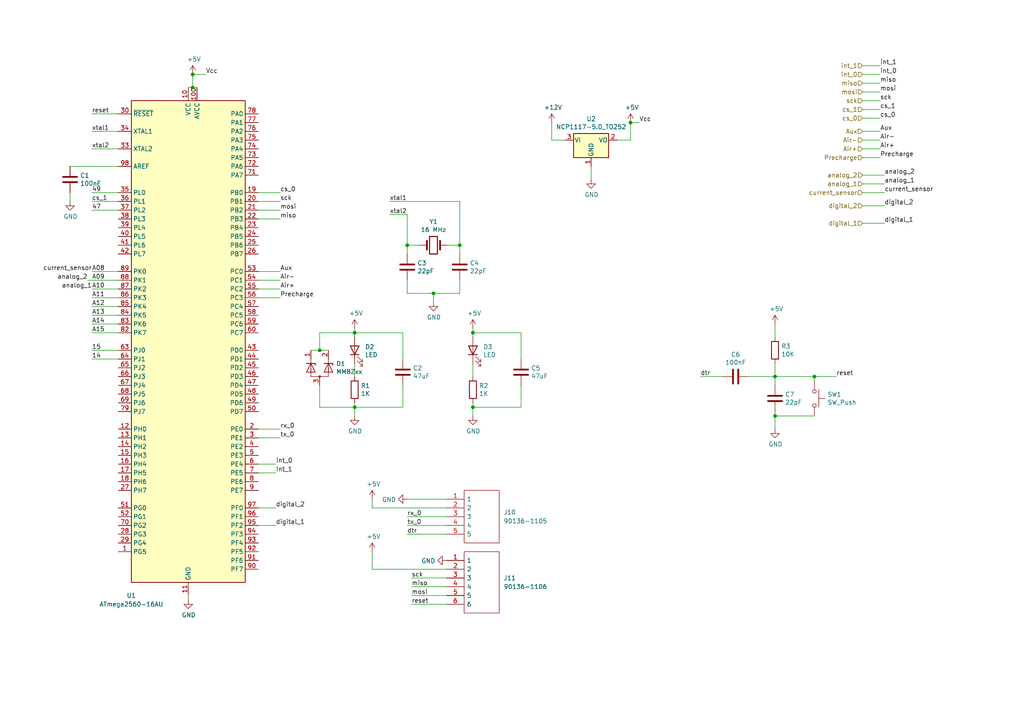
<source format=kicad_sch>
(kicad_sch (version 20211123) (generator eeschema)
  (paper "A4")
  (lib_symbols
    (symbol "Conector 5 pin C-grid:90136-1105" (pin_names (offset 0.762))
      (property "Reference" "J" (at 16.51 7.62 0))
      (property "Value" "90136-1105" (at 16.51 5.08 0))
      (symbol "90136-1105_0_0"
        (pin passive line (at 0 0 0) (length 5.08) (name "1") (number "1"))
        (pin passive line (at 0 -2.54 0) (length 5.08) (name "2") (number "2"))
        (pin passive line (at 0 -5.08 0) (length 5.08) (name "3") (number "3"))
        (pin passive line (at 0 -7.62 0) (length 5.08) (name "4") (number "4"))
        (pin passive line (at 0 -10.16 0) (length 5.08) (name "5") (number "5"))
      )
      (symbol "90136-1105_0_1"
        (polyline (pts (xy 5.08 2.54) (xy 15.24 2.54) (xy 15.24 -12.7) (xy 5.08 -12.7) (xy 5.08 2.54)) (stroke (width 0.1524)))
      )
    )
    (symbol "Conector 6 pin C-grid:90136-1106" (pin_names (offset 0.762))
      (property "Reference" "J" (at 16.51 7.62 0))
      (property "Value" "90136-1106" (at 16.51 5.08 0))
      (symbol "90136-1106_0_0"
        (pin passive line (at 0 0 0) (length 5.08) (name "1") (number "1"))
        (pin passive line (at 0 -2.54 0) (length 5.08) (name "2") (number "2"))
        (pin passive line (at 0 -5.08 0) (length 5.08) (name "3") (number "3"))
        (pin passive line (at 0 -7.62 0) (length 5.08) (name "4") (number "4"))
        (pin passive line (at 0 -10.16 0) (length 5.08) (name "5") (number "5"))
        (pin passive line (at 0 -12.7 0) (length 5.08) (name "6") (number "6"))
      )
      (symbol "90136-1106_0_1"
        (polyline (pts (xy 5.08 2.54) (xy 15.24 2.54) (xy 15.24 -15.24) (xy 5.08 -15.24) (xy 5.08 2.54)) (stroke (width 0.1524)))
      )
    )
    (symbol "Device:C" (pin_numbers hide) (pin_names (offset 0.254))
      (property "Reference" "C" (at 0.635 2.54 0))
      (property "Value" "C" (at 0.635 -2.54 0))
      (symbol "C_0_1"
        (polyline (pts (xy -2.032 -0.762) (xy 2.032 -0.762)) (stroke (width 0.508)))
        (polyline (pts (xy -2.032 0.762) (xy 2.032 0.762)) (stroke (width 0.508)))
      )
      (symbol "C_1_1"
        (pin passive line (at 0 3.81 270) (length 2.794) (name "~") (number "1"))
        (pin passive line (at 0 -3.81 90) (length 2.794) (name "~") (number "2"))
      )
    )
    (symbol "Device:Crystal" (pin_numbers hide) (pin_names (offset 1.016) hide)
      (property "Reference" "Y" (at 0 3.81 0))
      (property "Value" "Crystal" (at 0 -3.81 0))
      (symbol "Crystal_0_1"
        (rectangle (start -1.143 2.54) (end 1.143 -2.54) (stroke (width 0.3048)))
        (polyline (pts (xy -2.54 0) (xy -1.905 0)))
        (polyline (pts (xy -1.905 -1.27) (xy -1.905 1.27)) (stroke (width 0.508)))
        (polyline (pts (xy 1.905 -1.27) (xy 1.905 1.27)) (stroke (width 0.508)))
        (polyline (pts (xy 2.54 0) (xy 1.905 0)))
      )
      (symbol "Crystal_1_1"
        (pin passive line (at -3.81 0 0) (length 1.27) (name "1") (number "1"))
        (pin passive line (at 3.81 0 180) (length 1.27) (name "2") (number "2"))
      )
    )
    (symbol "Device:LED" (pin_numbers hide) (pin_names (offset 1.016) hide)
      (property "Reference" "D" (at 0 2.54 0))
      (property "Value" "LED" (at 0 -2.54 0))
      (symbol "LED_0_1"
        (polyline (pts (xy -1.27 -1.27) (xy -1.27 1.27)) (stroke (width 0.254)))
        (polyline (pts (xy -1.27 0) (xy 1.27 0)))
        (polyline (pts (xy 1.27 -1.27) (xy 1.27 1.27) (xy -1.27 0) (xy 1.27 -1.27)) (stroke (width 0.254)))
        (polyline (pts (xy -3.048 -0.762) (xy -4.572 -2.286) (xy -3.81 -2.286) (xy -4.572 -2.286) (xy -4.572 -1.524)))
        (polyline (pts (xy -1.778 -0.762) (xy -3.302 -2.286) (xy -2.54 -2.286) (xy -3.302 -2.286) (xy -3.302 -1.524)))
      )
      (symbol "LED_1_1"
        (pin passive line (at -3.81 0 0) (length 2.54) (name "K") (number "1"))
        (pin passive line (at 3.81 0 180) (length 2.54) (name "A") (number "2"))
      )
    )
    (symbol "Device:R" (pin_numbers hide) (pin_names (offset 0))
      (property "Reference" "R" (at 2.032 0 90))
      (property "Value" "R" (at 0 0 90))
      (symbol "R_0_1"
        (rectangle (start -1.016 -2.54) (end 1.016 2.54) (stroke (width 0.254)))
      )
      (symbol "R_1_1"
        (pin passive line (at 0 3.81 270) (length 1.27) (name "~") (number "1"))
        (pin passive line (at 0 -3.81 90) (length 1.27) (name "~") (number "2"))
      )
    )
    (symbol "Diode:MMBZxx" (pin_names (offset 1.016) hide)
      (property "Reference" "D" (at 3.81 2.54 0))
      (property "Value" "MMBZxx" (at 3.81 0 0))
      (symbol "MMBZxx_0_1"
        (circle (center 0 -2.54) (radius 0.254) (fill (type outline)))
        (polyline (pts (xy -2.54 -1.27) (xy -2.54 2.54)))
        (polyline (pts (xy 2.54 -1.27) (xy 2.54 2.54)))
        (polyline (pts (xy -3.81 1.27) (xy -1.27 1.27) (xy -1.27 0.762)) (stroke (width 0.254)))
        (polyline (pts (xy 1.27 1.27) (xy 3.81 1.27) (xy 3.81 0.762)) (stroke (width 0.254)))
        (polyline (pts (xy -2.54 0) (xy -2.54 -2.54) (xy 2.54 -2.54) (xy 2.54 0)))
      )
      (symbol "MMBZxx_1_1"
        (polyline (pts (xy -3.81 -1.27) (xy -1.27 -1.27) (xy -2.54 1.27) (xy -3.81 -1.27)) (stroke (width 0.2032)))
        (polyline (pts (xy 1.27 -1.27) (xy 3.81 -1.27) (xy 2.54 1.27) (xy 1.27 -1.27)) (stroke (width 0.2032)))
        (pin passive line (at -2.54 5.08 270) (length 2.54) (name "K") (number "1"))
        (pin passive line (at 2.54 5.08 270) (length 2.54) (name "K") (number "2"))
        (pin passive line (at 0 -5.08 90) (length 2.54) (name "A") (number "3"))
      )
    )
    (symbol "Regulator_Linear:NCP1117-5.0_TO252" (pin_names (offset 0.254))
      (property "Reference" "U" (at -3.81 3.175 0))
      (property "Value" "NCP1117-5.0_TO252" (at 0 3.175 0))
      (symbol "NCP1117-5.0_TO252_0_1"
        (rectangle (start -5.08 1.905) (end 5.08 -5.08) (stroke (width 0.254)) (fill (type background)))
      )
      (symbol "NCP1117-5.0_TO252_1_1"
        (pin power_in line (at 0 -7.62 90) (length 2.54) (name "GND") (number "1"))
        (pin power_out line (at 7.62 0 180) (length 2.54) (name "VO") (number "2"))
        (pin power_in line (at -7.62 0 0) (length 2.54) (name "VI") (number "3"))
      )
    )
    (symbol "Switch:SW_Push" (pin_numbers hide) (pin_names (offset 1.016) hide)
      (property "Reference" "SW" (at 1.27 2.54 0))
      (property "Value" "SW_Push" (at 0 -1.524 0))
      (symbol "SW_Push_0_1"
        (circle (center -2.032 0) (radius 0.508))
        (polyline (pts (xy 0 1.27) (xy 0 3.048)))
        (polyline (pts (xy 2.54 1.27) (xy -2.54 1.27)))
        (circle (center 2.032 0) (radius 0.508))
        (pin passive line (at -5.08 0 0) (length 2.54) (name "1") (number "1"))
        (pin passive line (at 5.08 0 180) (length 2.54) (name "2") (number "2"))
      )
    )
    (symbol "placamaster-rescue:ATmega2560-16AU-MCU_Microchip_ATmega"
      (property "Reference" "U" (at 0 1.27 0))
      (property "Value" "ATmega2560-16AU-MCU_Microchip_ATmega" (at 0 -1.27 0))
      (symbol "ATmega2560-16AU-MCU_Microchip_ATmega_0_1"
        (rectangle (start -16.51 -69.85) (end 16.51 69.85) (stroke (width 0.254)) (fill (type background)))
      )
      (symbol "ATmega2560-16AU-MCU_Microchip_ATmega_1_1"
        (pin bidirectional line (at -20.32 -60.96 0) (length 3.81) (name "PG5") (number "1"))
        (pin power_in line (at 0 73.66 270) (length 3.81) (name "VCC") (number "10"))
        (pin power_in line (at 2.54 73.66 270) (length 3.81) (name "AVCC") (number "100"))
        (pin power_in line (at 0 -73.66 90) (length 3.81) (name "GND") (number "11"))
        (pin bidirectional line (at -20.32 -25.4 0) (length 3.81) (name "PH0") (number "12"))
        (pin bidirectional line (at -20.32 -27.94 0) (length 3.81) (name "PH1") (number "13"))
        (pin bidirectional line (at -20.32 -30.48 0) (length 3.81) (name "PH2") (number "14"))
        (pin bidirectional line (at -20.32 -33.02 0) (length 3.81) (name "PH3") (number "15"))
        (pin bidirectional line (at -20.32 -35.56 0) (length 3.81) (name "PH4") (number "16"))
        (pin bidirectional line (at -20.32 -38.1 0) (length 3.81) (name "PH5") (number "17"))
        (pin bidirectional line (at -20.32 -40.64 0) (length 3.81) (name "PH6") (number "18"))
        (pin bidirectional line (at 20.32 43.18 180) (length 3.81) (name "PB0") (number "19"))
        (pin bidirectional line (at 20.32 -25.4 180) (length 3.81) (name "PE0") (number "2"))
        (pin bidirectional line (at 20.32 40.64 180) (length 3.81) (name "PB1") (number "20"))
        (pin bidirectional line (at 20.32 38.1 180) (length 3.81) (name "PB2") (number "21"))
        (pin bidirectional line (at 20.32 35.56 180) (length 3.81) (name "PB3") (number "22"))
        (pin bidirectional line (at 20.32 33.02 180) (length 3.81) (name "PB4") (number "23"))
        (pin bidirectional line (at 20.32 30.48 180) (length 3.81) (name "PB5") (number "24"))
        (pin bidirectional line (at 20.32 27.94 180) (length 3.81) (name "PB6") (number "25"))
        (pin bidirectional line (at 20.32 25.4 180) (length 3.81) (name "PB7") (number "26"))
        (pin bidirectional line (at -20.32 -43.18 0) (length 3.81) (name "PH7") (number "27"))
        (pin bidirectional line (at -20.32 -55.88 0) (length 3.81) (name "PG3") (number "28"))
        (pin bidirectional line (at -20.32 -58.42 0) (length 3.81) (name "PG4") (number "29"))
        (pin bidirectional line (at 20.32 -27.94 180) (length 3.81) (name "PE1") (number "3"))
        (pin input line (at -20.32 66.04 0) (length 3.81) (name "~{RESET}") (number "30"))
        (pin passive line (at 0 73.66 270) (length 3.81) hide (name "VCC") (number "31"))
        (pin passive line (at 0 -73.66 90) (length 3.81) hide (name "GND") (number "32"))
        (pin output line (at -20.32 55.88 0) (length 3.81) (name "XTAL2") (number "33"))
        (pin input line (at -20.32 60.96 0) (length 3.81) (name "XTAL1") (number "34"))
        (pin bidirectional line (at -20.32 43.18 0) (length 3.81) (name "PL0") (number "35"))
        (pin bidirectional line (at -20.32 40.64 0) (length 3.81) (name "PL1") (number "36"))
        (pin bidirectional line (at -20.32 38.1 0) (length 3.81) (name "PL2") (number "37"))
        (pin bidirectional line (at -20.32 35.56 0) (length 3.81) (name "PL3") (number "38"))
        (pin bidirectional line (at -20.32 33.02 0) (length 3.81) (name "PL4") (number "39"))
        (pin bidirectional line (at 20.32 -30.48 180) (length 3.81) (name "PE2") (number "4"))
        (pin bidirectional line (at -20.32 30.48 0) (length 3.81) (name "PL5") (number "40"))
        (pin bidirectional line (at -20.32 27.94 0) (length 3.81) (name "PL6") (number "41"))
        (pin bidirectional line (at -20.32 25.4 0) (length 3.81) (name "PL7") (number "42"))
        (pin bidirectional line (at 20.32 -2.54 180) (length 3.81) (name "PD0") (number "43"))
        (pin bidirectional line (at 20.32 -5.08 180) (length 3.81) (name "PD1") (number "44"))
        (pin bidirectional line (at 20.32 -7.62 180) (length 3.81) (name "PD2") (number "45"))
        (pin bidirectional line (at 20.32 -10.16 180) (length 3.81) (name "PD3") (number "46"))
        (pin bidirectional line (at 20.32 -12.7 180) (length 3.81) (name "PD4") (number "47"))
        (pin bidirectional line (at 20.32 -15.24 180) (length 3.81) (name "PD5") (number "48"))
        (pin bidirectional line (at 20.32 -17.78 180) (length 3.81) (name "PD6") (number "49"))
        (pin bidirectional line (at 20.32 -33.02 180) (length 3.81) (name "PE3") (number "5"))
        (pin bidirectional line (at 20.32 -20.32 180) (length 3.81) (name "PD7") (number "50"))
        (pin bidirectional line (at -20.32 -48.26 0) (length 3.81) (name "PG0") (number "51"))
        (pin bidirectional line (at -20.32 -50.8 0) (length 3.81) (name "PG1") (number "52"))
        (pin bidirectional line (at 20.32 20.32 180) (length 3.81) (name "PC0") (number "53"))
        (pin bidirectional line (at 20.32 17.78 180) (length 3.81) (name "PC1") (number "54"))
        (pin bidirectional line (at 20.32 15.24 180) (length 3.81) (name "PC2") (number "55"))
        (pin bidirectional line (at 20.32 12.7 180) (length 3.81) (name "PC3") (number "56"))
        (pin bidirectional line (at 20.32 10.16 180) (length 3.81) (name "PC4") (number "57"))
        (pin bidirectional line (at 20.32 7.62 180) (length 3.81) (name "PC5") (number "58"))
        (pin bidirectional line (at 20.32 5.08 180) (length 3.81) (name "PC6") (number "59"))
        (pin bidirectional line (at 20.32 -35.56 180) (length 3.81) (name "PE4") (number "6"))
        (pin bidirectional line (at 20.32 2.54 180) (length 3.81) (name "PC7") (number "60"))
        (pin passive line (at 0 73.66 270) (length 3.81) hide (name "VCC") (number "61"))
        (pin passive line (at 0 -73.66 90) (length 3.81) hide (name "GND") (number "62"))
        (pin bidirectional line (at -20.32 -2.54 0) (length 3.81) (name "PJ0") (number "63"))
        (pin bidirectional line (at -20.32 -5.08 0) (length 3.81) (name "PJ1") (number "64"))
        (pin bidirectional line (at -20.32 -7.62 0) (length 3.81) (name "PJ2") (number "65"))
        (pin bidirectional line (at -20.32 -10.16 0) (length 3.81) (name "PJ3") (number "66"))
        (pin bidirectional line (at -20.32 -12.7 0) (length 3.81) (name "PJ4") (number "67"))
        (pin bidirectional line (at -20.32 -15.24 0) (length 3.81) (name "PJ5") (number "68"))
        (pin bidirectional line (at -20.32 -17.78 0) (length 3.81) (name "PJ6") (number "69"))
        (pin bidirectional line (at 20.32 -38.1 180) (length 3.81) (name "PE5") (number "7"))
        (pin bidirectional line (at -20.32 -53.34 0) (length 3.81) (name "PG2") (number "70"))
        (pin bidirectional line (at 20.32 48.26 180) (length 3.81) (name "PA7") (number "71"))
        (pin bidirectional line (at 20.32 50.8 180) (length 3.81) (name "PA6") (number "72"))
        (pin bidirectional line (at 20.32 53.34 180) (length 3.81) (name "PA5") (number "73"))
        (pin bidirectional line (at 20.32 55.88 180) (length 3.81) (name "PA4") (number "74"))
        (pin bidirectional line (at 20.32 58.42 180) (length 3.81) (name "PA3") (number "75"))
        (pin bidirectional line (at 20.32 60.96 180) (length 3.81) (name "PA2") (number "76"))
        (pin bidirectional line (at 20.32 63.5 180) (length 3.81) (name "PA1") (number "77"))
        (pin bidirectional line (at 20.32 66.04 180) (length 3.81) (name "PA0") (number "78"))
        (pin bidirectional line (at -20.32 -20.32 0) (length 3.81) (name "PJ7") (number "79"))
        (pin bidirectional line (at 20.32 -40.64 180) (length 3.81) (name "PE6") (number "8"))
        (pin passive line (at 0 73.66 270) (length 3.81) hide (name "VCC") (number "80"))
        (pin passive line (at 0 -73.66 90) (length 3.81) hide (name "GND") (number "81"))
        (pin bidirectional line (at -20.32 2.54 0) (length 3.81) (name "PK7") (number "82"))
        (pin bidirectional line (at -20.32 5.08 0) (length 3.81) (name "PK6") (number "83"))
        (pin bidirectional line (at -20.32 7.62 0) (length 3.81) (name "PK5") (number "84"))
        (pin bidirectional line (at -20.32 10.16 0) (length 3.81) (name "PK4") (number "85"))
        (pin bidirectional line (at -20.32 12.7 0) (length 3.81) (name "PK3") (number "86"))
        (pin bidirectional line (at -20.32 15.24 0) (length 3.81) (name "PK2") (number "87"))
        (pin bidirectional line (at -20.32 17.78 0) (length 3.81) (name "PK1") (number "88"))
        (pin bidirectional line (at -20.32 20.32 0) (length 3.81) (name "PK0") (number "89"))
        (pin bidirectional line (at 20.32 -43.18 180) (length 3.81) (name "PE7") (number "9"))
        (pin bidirectional line (at 20.32 -66.04 180) (length 3.81) (name "PF7") (number "90"))
        (pin bidirectional line (at 20.32 -63.5 180) (length 3.81) (name "PF6") (number "91"))
        (pin bidirectional line (at 20.32 -60.96 180) (length 3.81) (name "PF5") (number "92"))
        (pin bidirectional line (at 20.32 -58.42 180) (length 3.81) (name "PF4") (number "93"))
        (pin bidirectional line (at 20.32 -55.88 180) (length 3.81) (name "PF3") (number "94"))
        (pin bidirectional line (at 20.32 -53.34 180) (length 3.81) (name "PF2") (number "95"))
        (pin bidirectional line (at 20.32 -50.8 180) (length 3.81) (name "PF1") (number "96"))
        (pin bidirectional line (at 20.32 -48.26 180) (length 3.81) (name "PF0") (number "97"))
        (pin passive line (at -20.32 50.8 0) (length 3.81) (name "AREF") (number "98"))
        (pin passive line (at 0 -73.66 90) (length 3.81) hide (name "GND") (number "99"))
      )
    )
    (symbol "power:+12V" (power) (pin_names (offset 0))
      (property "Value" "+12V" (at 0 3.556 0))
      (symbol "+12V_0_1"
        (polyline (pts (xy -0.762 1.27) (xy 0 2.54)))
        (polyline (pts (xy 0 0) (xy 0 2.54)))
        (polyline (pts (xy 0 2.54) (xy 0.762 1.27)))
      )
      (symbol "+12V_1_1"
        (pin power_in line (at 0 0 90) (length 0) hide (name "+12V") (number "1"))
      )
    )
    (symbol "power:+5V" (power) (pin_names (offset 0))
      (property "Value" "+5V" (at 0 3.556 0))
      (symbol "+5V_0_1"
        (polyline (pts (xy -0.762 1.27) (xy 0 2.54)))
        (polyline (pts (xy 0 0) (xy 0 2.54)))
        (polyline (pts (xy 0 2.54) (xy 0.762 1.27)))
      )
      (symbol "+5V_1_1"
        (pin power_in line (at 0 0 90) (length 0) hide (name "+5V") (number "1"))
      )
    )
    (symbol "power:GND" (power) (pin_names (offset 0))
      (property "Value" "GND" (at 0 -3.81 0))
      (symbol "GND_0_1"
        (polyline (pts (xy 0 0) (xy 0 -1.27) (xy 1.27 -1.27) (xy 0 -2.54) (xy -1.27 -1.27) (xy 0 -1.27)))
      )
      (symbol "GND_1_1"
        (pin power_in line (at 0 0 270) (length 0) hide (name "GND") (number "1"))
      )
    )
  )
  (junction (at 92.71 101.6))
  (junction (at 55.88 25.4))
  (junction (at 137.16 96.52))
  (junction (at 125.73 85.09))
  (junction (at 118.11 71.12))
  (junction (at 102.87 118.11))
  (junction (at 224.79 109.22))
  (junction (at 137.16 118.11))
  (junction (at 102.87 96.52))
  (junction (at 182.88 35.56))
  (junction (at 55.88 21.59))
  (junction (at 224.79 120.65))
  (junction (at 133.35 71.12))
  (junction (at 236.22 109.22))
  (wire (pts (xy 224.79 109.22) (xy 224.79 111.76)))
  (wire (pts (xy 54.61 172.72) (xy 54.61 173.99)))
  (wire (pts (xy 118.11 71.12) (xy 118.11 73.66)))
  (wire (pts (xy 102.87 95.25) (xy 102.87 96.52)))
  (wire (pts (xy 137.16 105.41) (xy 137.16 109.22)))
  (wire (pts (xy 255.27 31.75) (xy 250.19 31.75)))
  (wire (pts (xy 151.13 111.76) (xy 151.13 118.11)))
  (wire (pts (xy 125.73 87.63) (xy 125.73 85.09)))
  (wire (pts (xy 118.11 154.94) (xy 129.54 154.94)))
  (wire (pts (xy 92.71 111.76) (xy 92.71 118.11)))
  (wire (pts (xy 102.87 116.84) (xy 102.87 118.11)))
  (wire (pts (xy 250.19 64.77) (xy 256.54 64.77)))
  (wire (pts (xy 129.54 144.78) (xy 118.11 144.78)))
  (wire (pts (xy 160.02 40.64) (xy 163.83 40.64)))
  (wire (pts (xy 125.73 85.09) (xy 133.35 85.09)))
  (wire (pts (xy 224.79 105.41) (xy 224.79 109.22)))
  (wire (pts (xy 171.45 52.07) (xy 171.45 48.26)))
  (wire (pts (xy 224.79 93.98) (xy 224.79 97.79)))
  (wire (pts (xy 118.11 81.28) (xy 118.11 85.09)))
  (wire (pts (xy 250.19 43.18) (xy 255.27 43.18)))
  (wire (pts (xy 34.29 58.42) (xy 26.67 58.42)))
  (wire (pts (xy 224.79 124.46) (xy 224.79 120.65)))
  (wire (pts (xy 129.54 152.4) (xy 118.11 152.4)))
  (wire (pts (xy 250.19 38.1) (xy 255.27 38.1)))
  (wire (pts (xy 107.95 147.32) (xy 129.54 147.32)))
  (wire (pts (xy 137.16 95.25) (xy 137.16 96.52)))
  (wire (pts (xy 182.88 40.64) (xy 179.07 40.64)))
  (wire (pts (xy 116.84 96.52) (xy 116.84 104.14)))
  (wire (pts (xy 34.29 83.82) (xy 26.67 83.82)))
  (wire (pts (xy 74.93 134.62) (xy 80.01 134.62)))
  (wire (pts (xy 34.29 93.98) (xy 26.67 93.98)))
  (wire (pts (xy 255.27 26.67) (xy 250.19 26.67)))
  (wire (pts (xy 118.11 62.23) (xy 118.11 71.12)))
  (wire (pts (xy 151.13 96.52) (xy 151.13 104.14)))
  (wire (pts (xy 107.95 165.1) (xy 129.54 165.1)))
  (wire (pts (xy 137.16 96.52) (xy 137.16 97.79)))
  (wire (pts (xy 250.19 24.13) (xy 255.27 24.13)))
  (wire (pts (xy 102.87 96.52) (xy 116.84 96.52)))
  (wire (pts (xy 133.35 71.12) (xy 133.35 73.66)))
  (wire (pts (xy 255.27 21.59) (xy 250.19 21.59)))
  (wire (pts (xy 92.71 96.52) (xy 92.71 101.6)))
  (wire (pts (xy 236.22 109.22) (xy 236.22 110.49)))
  (wire (pts (xy 250.19 19.05) (xy 255.27 19.05)))
  (wire (pts (xy 137.16 96.52) (xy 151.13 96.52)))
  (wire (pts (xy 107.95 160.02) (xy 107.95 165.1)))
  (wire (pts (xy 81.28 63.5) (xy 74.93 63.5)))
  (wire (pts (xy 119.38 172.72) (xy 129.54 172.72)))
  (wire (pts (xy 250.19 53.34) (xy 256.54 53.34)))
  (wire (pts (xy 102.87 105.41) (xy 102.87 109.22)))
  (wire (pts (xy 116.84 111.76) (xy 116.84 118.11)))
  (wire (pts (xy 129.54 175.26) (xy 119.38 175.26)))
  (wire (pts (xy 92.71 118.11) (xy 102.87 118.11)))
  (wire (pts (xy 81.28 127) (xy 74.93 127)))
  (wire (pts (xy 217.17 109.22) (xy 224.79 109.22)))
  (wire (pts (xy 102.87 118.11) (xy 102.87 120.65)))
  (wire (pts (xy 250.19 55.88) (xy 256.54 55.88)))
  (wire (pts (xy 182.88 35.56) (xy 185.42 35.56)))
  (wire (pts (xy 203.2 109.22) (xy 209.55 109.22)))
  (wire (pts (xy 26.67 43.18) (xy 34.29 43.18)))
  (wire (pts (xy 26.67 91.44) (xy 34.29 91.44)))
  (wire (pts (xy 74.93 58.42) (xy 81.28 58.42)))
  (wire (pts (xy 55.88 25.4) (xy 54.61 25.4)))
  (wire (pts (xy 81.28 55.88) (xy 74.93 55.88)))
  (wire (pts (xy 34.29 104.14) (xy 26.67 104.14)))
  (wire (pts (xy 151.13 118.11) (xy 137.16 118.11)))
  (wire (pts (xy 26.67 55.88) (xy 34.29 55.88)))
  (wire (pts (xy 74.93 83.82) (xy 81.28 83.82)))
  (wire (pts (xy 81.28 60.96) (xy 74.93 60.96)))
  (wire (pts (xy 236.22 120.65) (xy 224.79 120.65)))
  (wire (pts (xy 102.87 96.52) (xy 102.87 97.79)))
  (wire (pts (xy 92.71 101.6) (xy 90.17 101.6)))
  (wire (pts (xy 34.29 78.74) (xy 26.67 78.74)))
  (wire (pts (xy 250.19 59.69) (xy 256.54 59.69)))
  (wire (pts (xy 116.84 118.11) (xy 102.87 118.11)))
  (wire (pts (xy 113.03 62.23) (xy 118.11 62.23)))
  (wire (pts (xy 113.03 58.42) (xy 133.35 58.42)))
  (wire (pts (xy 255.27 40.64) (xy 250.19 40.64)))
  (wire (pts (xy 250.19 34.29) (xy 255.27 34.29)))
  (wire (pts (xy 20.32 55.88) (xy 20.32 58.42)))
  (wire (pts (xy 121.92 71.12) (xy 118.11 71.12)))
  (wire (pts (xy 34.29 38.1) (xy 26.67 38.1)))
  (wire (pts (xy 25.4 81.28) (xy 34.29 81.28)))
  (wire (pts (xy 137.16 116.84) (xy 137.16 118.11)))
  (wire (pts (xy 250.19 29.21) (xy 255.27 29.21)))
  (wire (pts (xy 34.29 88.9) (xy 26.67 88.9)))
  (wire (pts (xy 242.57 109.22) (xy 236.22 109.22)))
  (wire (pts (xy 81.28 86.36) (xy 74.93 86.36)))
  (wire (pts (xy 133.35 58.42) (xy 133.35 71.12)))
  (wire (pts (xy 102.87 96.52) (xy 92.71 96.52)))
  (wire (pts (xy 74.93 147.32) (xy 80.01 147.32)))
  (wire (pts (xy 129.54 71.12) (xy 133.35 71.12)))
  (wire (pts (xy 80.01 137.16) (xy 74.93 137.16)))
  (wire (pts (xy 224.79 120.65) (xy 224.79 119.38)))
  (wire (pts (xy 107.95 144.78) (xy 107.95 147.32)))
  (wire (pts (xy 26.67 101.6) (xy 34.29 101.6)))
  (wire (pts (xy 182.88 35.56) (xy 182.88 40.64)))
  (wire (pts (xy 81.28 81.28) (xy 74.93 81.28)))
  (wire (pts (xy 74.93 152.4) (xy 80.01 152.4)))
  (wire (pts (xy 129.54 170.18) (xy 119.38 170.18)))
  (wire (pts (xy 118.11 85.09) (xy 125.73 85.09)))
  (wire (pts (xy 55.88 21.59) (xy 59.69 21.59)))
  (wire (pts (xy 119.38 167.64) (xy 129.54 167.64)))
  (wire (pts (xy 250.19 50.8) (xy 256.54 50.8)))
  (wire (pts (xy 26.67 96.52) (xy 34.29 96.52)))
  (wire (pts (xy 137.16 118.11) (xy 137.16 120.65)))
  (wire (pts (xy 160.02 35.56) (xy 160.02 40.64)))
  (wire (pts (xy 26.67 86.36) (xy 34.29 86.36)))
  (wire (pts (xy 55.88 21.59) (xy 55.88 25.4)))
  (wire (pts (xy 224.79 109.22) (xy 236.22 109.22)))
  (wire (pts (xy 118.11 149.86) (xy 129.54 149.86)))
  (wire (pts (xy 74.93 78.74) (xy 81.28 78.74)))
  (wire (pts (xy 74.93 124.46) (xy 81.28 124.46)))
  (wire (pts (xy 255.27 45.72) (xy 250.19 45.72)))
  (wire (pts (xy 26.67 33.02) (xy 34.29 33.02)))
  (wire (pts (xy 57.15 25.4) (xy 55.88 25.4)))
  (wire (pts (xy 95.25 101.6) (xy 92.71 101.6)))
  (wire (pts (xy 26.67 60.96) (xy 34.29 60.96)))
  (wire (pts (xy 20.32 48.26) (xy 34.29 48.26)))
  (wire (pts (xy 133.35 85.09) (xy 133.35 81.28)))
  (label "int_1" (at 80.01 137.16 0))
  (label "Vcc" (at 185.42 35.56 0))
  (label "analog_1" (at 26.67 83.82 180))
  (label "xtal1" (at 26.67 38.1 0))
  (label "47" (at 26.67 60.96 0))
  (label "current_sensor" (at 26.67 78.74 180))
  (label "A10" (at 26.67 83.82 0))
  (label "14" (at 26.67 104.14 0))
  (label "int_1" (at 255.27 19.05 0))
  (label "digital_2" (at 256.54 59.69 0))
  (label "sck" (at 81.28 58.42 0))
  (label "int_0" (at 255.27 21.59 0))
  (label "Aux" (at 81.28 78.74 0))
  (label "analog_2" (at 25.4 81.28 180))
  (label "cs_1" (at 26.67 58.42 0))
  (label "reset" (at 242.57 109.22 0))
  (label "analog_1" (at 256.54 53.34 0))
  (label "Air+" (at 81.28 83.82 0))
  (label "tx_0" (at 118.11 152.4 0))
  (label "15" (at 26.67 101.6 0))
  (label "miso" (at 255.27 24.13 0))
  (label "dtr" (at 203.2 109.22 0))
  (label "A15" (at 26.67 96.52 0))
  (label "digital_1" (at 80.01 152.4 0))
  (label "Air-" (at 81.28 81.28 0))
  (label "cs_1" (at 255.27 31.75 0))
  (label "sck" (at 119.38 167.64 0))
  (label "digital_2" (at 80.01 147.32 0))
  (label "A08" (at 26.67 78.74 0))
  (label "cs_0" (at 81.28 55.88 0))
  (label "mosi" (at 119.38 172.72 0))
  (label "Precharge" (at 255.27 45.72 0))
  (label "int_0" (at 80.01 134.62 0))
  (label "miso" (at 119.38 170.18 0))
  (label "Precharge" (at 81.28 86.36 0))
  (label "xtal2" (at 26.67 43.18 0))
  (label "mosi" (at 81.28 60.96 0))
  (label "Aux" (at 255.27 38.1 0))
  (label "49" (at 26.67 55.88 0))
  (label "current_sensor" (at 256.54 55.88 0))
  (label "A14" (at 26.67 93.98 0))
  (label "xtal2" (at 113.03 62.23 0))
  (label "Vcc" (at 59.69 21.59 0))
  (label "mosi" (at 255.27 26.67 0))
  (label "reset" (at 26.67 33.02 0))
  (label "A12" (at 26.67 88.9 0))
  (label "cs_0" (at 255.27 34.29 0))
  (label "A09" (at 26.67 81.28 0))
  (label "reset" (at 119.38 175.26 0))
  (label "Air-" (at 255.27 40.64 0))
  (label "rx_0" (at 81.28 124.46 0))
  (label "analog_2" (at 256.54 50.8 0))
  (label "dtr" (at 118.11 154.94 0))
  (label "digital_1" (at 256.54 64.77 0))
  (label "xtal1" (at 113.03 58.42 0))
  (label "A11" (at 26.67 86.36 0))
  (label "sck" (at 255.27 29.21 0))
  (label "miso" (at 81.28 63.5 0))
  (label "A13" (at 26.67 91.44 0))
  (label "Air+" (at 255.27 43.18 0))
  (label "tx_0" (at 81.28 127 0))
  (label "rx_0" (at 118.11 149.86 0))
  (hierarchical_label "Air+" (shape input) (at 250.19 43.18 180))
  (hierarchical_label "Aux" (shape input) (at 250.19 38.1 180))
  (hierarchical_label "mosi" (shape input) (at 250.19 26.67 180))
  (hierarchical_label "current_sensor" (shape input) (at 250.19 55.88 180))
  (hierarchical_label "digital_2" (shape input) (at 250.19 59.69 180))
  (hierarchical_label "int_0" (shape input) (at 250.19 21.59 180))
  (hierarchical_label "cs_0" (shape input) (at 250.19 34.29 180))
  (hierarchical_label "Precharge" (shape input) (at 250.19 45.72 180))
  (hierarchical_label "Air-" (shape input) (at 250.19 40.64 180))
  (hierarchical_label "sck" (shape input) (at 250.19 29.21 180))
  (hierarchical_label "analog_2" (shape input) (at 250.19 50.8 180))
  (hierarchical_label "miso" (shape input) (at 250.19 24.13 180))
  (hierarchical_label "digital_1" (shape input) (at 250.19 64.77 180))
  (hierarchical_label "int_1" (shape input) (at 250.19 19.05 180))
  (hierarchical_label "cs_1" (shape input) (at 250.19 31.75 180))
  (hierarchical_label "analog_1" (shape input) (at 250.19 53.34 180))
  (symbol (lib_id "placamaster-rescue:ATmega2560-16AU-MCU_Microchip_ATmega") (at 54.61 99.06 0) (unit 1)
    (property "Reference" "U1" (at 38.1 172.72 0))
    (property "Value" "ATmega2560-16AU" (at 38.1 175.26 0))
    (property "Footprint" "Package_QFP:TQFP-100_14x14mm_P0.5mm" (effects hide))
    (property "Datasheet" "http://ww1.microchip.com/downloads/en/DeviceDoc/Atmel-2549-8-bit-AVR-Microcontroller-ATmega640-1280-1281-2560-2561_datasheet.pdf" (effects hide))
  )
  (symbol (lib_id "power:GND") (at 54.61 173.99 0) (unit 1)
    (property "Reference" "#PWR0101" (effects hide))
    (property "Value" "GND" (at 54.737 178.3842 0))
  )
  (symbol (lib_id "power:+5V") (at 55.88 21.59 0) (unit 1)
    (property "Reference" "#PWR0102" (effects hide))
    (property "Value" "+5V" (at 56.261 17.1958 0))
  )
  (symbol (lib_id "Device:C") (at 20.32 52.07 0) (unit 1)
    (property "Reference" "C1" (at 23.241 50.9016 0) (effects (justify left)))
    (property "Value" "100nF" (at 23.241 53.213 0) (effects (justify left)))
    (property "Footprint" "Capacitor_SMD:C_0805_2012Metric_Pad1.18x1.45mm_HandSolder" (effects hide))
  )
  (symbol (lib_id "power:GND") (at 20.32 58.42 0) (unit 1)
    (property "Reference" "#PWR0103" (effects hide))
    (property "Value" "GND" (at 20.447 62.8142 0))
  )
  (symbol (lib_id "Device:Crystal") (at 125.73 71.12 0) (unit 1)
    (property "Reference" "Y1" (at 125.73 64.3128 0))
    (property "Value" "16 MHz" (at 125.73 66.6242 0))
    (property "Footprint" "Crystal 8MHz:ECS-80-32-1X" (effects hide))
  )
  (symbol (lib_id "Device:C") (at 118.11 77.47 0) (unit 1)
    (property "Reference" "C3" (at 121.031 76.3016 0) (effects (justify left)))
    (property "Value" "22pF" (at 121.031 78.613 0) (effects (justify left)))
    (property "Footprint" "Capacitor_SMD:C_0805_2012Metric_Pad1.18x1.45mm_HandSolder" (effects hide))
  )
  (symbol (lib_id "Device:C") (at 133.35 77.47 0) (unit 1)
    (property "Reference" "C4" (at 136.271 76.3016 0) (effects (justify left)))
    (property "Value" "22pF" (at 136.271 78.613 0) (effects (justify left)))
    (property "Footprint" "Capacitor_SMD:C_0805_2012Metric_Pad1.18x1.45mm_HandSolder" (effects hide))
  )
  (symbol (lib_id "power:GND") (at 125.73 87.63 0) (unit 1)
    (property "Reference" "#PWR0104" (effects hide))
    (property "Value" "GND" (at 125.857 92.0242 0))
  )
  (symbol (lib_id "Regulator_Linear:NCP1117-5.0_TO252") (at 171.45 40.64 0) (unit 1)
    (property "Reference" "U2" (at 171.45 34.4932 0))
    (property "Value" "NCP1117-5.0_TO252" (at 171.45 36.8046 0))
    (property "Footprint" "Package_TO_SOT_SMD:TO-252-2" (effects hide))
    (property "Datasheet" "http://www.onsemi.com/pub_link/Collateral/NCP1117-D.PDF" (effects hide))
  )
  (symbol (lib_id "power:GND") (at 171.45 52.07 0) (unit 1)
    (property "Reference" "#PWR0105" (effects hide))
    (property "Value" "GND" (at 171.577 56.4642 0))
  )
  (symbol (lib_id "power:+12V") (at 160.02 35.56 0) (unit 1)
    (property "Reference" "#PWR0106" (effects hide))
    (property "Value" "+12V" (at 160.401 31.1658 0))
  )
  (symbol (lib_id "power:+5V") (at 182.88 35.56 0) (unit 1)
    (property "Reference" "#PWR0107" (effects hide))
    (property "Value" "+5V" (at 183.261 31.1658 0))
  )
  (symbol (lib_id "Device:R") (at 224.79 101.6 0) (unit 1)
    (property "Reference" "R3" (at 226.568 100.4316 0) (effects (justify left)))
    (property "Value" "10K" (at 226.568 102.743 0) (effects (justify left)))
    (property "Footprint" "Resistor_SMD:R_0805_2012Metric_Pad1.20x1.40mm_HandSolder" (effects hide))
  )
  (symbol (lib_id "power:+5V") (at 224.79 93.98 0) (unit 1)
    (property "Reference" "#PWR0108" (effects hide))
    (property "Value" "+5V" (at 225.171 89.5858 0))
  )
  (symbol (lib_id "Device:C") (at 213.36 109.22 270) (unit 1)
    (property "Reference" "C6" (at 213.36 102.8192 90))
    (property "Value" "100nF" (at 213.36 105.1306 90))
    (property "Footprint" "Capacitor_SMD:C_0805_2012Metric_Pad1.18x1.45mm_HandSolder" (effects hide))
  )
  (symbol (lib_id "Device:C") (at 224.79 115.57 180) (unit 1)
    (property "Reference" "C7" (at 227.711 114.4016 0) (effects (justify right)))
    (property "Value" "22pF" (at 227.711 116.713 0) (effects (justify right)))
    (property "Footprint" "Capacitor_SMD:C_0805_2012Metric_Pad1.18x1.45mm_HandSolder" (effects hide))
  )
  (symbol (lib_id "Switch:SW_Push") (at 236.22 115.57 270) (unit 1)
    (property "Reference" "SW1" (at 239.9792 114.4016 90) (effects (justify left)))
    (property "Value" "SW_Push" (at 239.9792 116.713 90) (effects (justify left)))
    (property "Footprint" "Pulsador:1301931424" (effects hide))
  )
  (symbol (lib_id "power:GND") (at 224.79 124.46 0) (unit 1)
    (property "Reference" "#PWR0109" (effects hide))
    (property "Value" "GND" (at 224.917 128.8542 0))
  )
  (symbol (lib_id "power:+5V") (at 137.16 95.25 0) (unit 1)
    (property "Reference" "#PWR0110" (effects hide))
    (property "Value" "+5V" (at 137.541 90.8558 0))
  )
  (symbol (lib_id "Device:LED") (at 137.16 101.6 90) (unit 1)
    (property "Reference" "D3" (at 140.1572 100.6094 90) (effects (justify right)))
    (property "Value" "LED" (at 140.1572 102.9208 90) (effects (justify right)))
    (property "Footprint" "Led5V:Led5V" (effects hide))
  )
  (symbol (lib_id "Device:R") (at 137.16 113.03 0) (unit 1)
    (property "Reference" "R2" (at 138.938 111.8616 0) (effects (justify left)))
    (property "Value" "1K" (at 138.938 114.173 0) (effects (justify left)))
    (property "Footprint" "Resistor_SMD:R_0805_2012Metric_Pad1.20x1.40mm_HandSolder" (effects hide))
  )
  (symbol (lib_id "power:GND") (at 137.16 120.65 0) (unit 1)
    (property "Reference" "#PWR0111" (effects hide))
    (property "Value" "GND" (at 137.287 125.0442 0))
  )
  (symbol (lib_id "Device:C") (at 151.13 107.95 0) (unit 1)
    (property "Reference" "C5" (at 154.051 106.7816 0) (effects (justify left)))
    (property "Value" "47uF" (at 154.051 109.093 0) (effects (justify left)))
    (property "Footprint" "Capacitor_SMD:C_0805_2012Metric_Pad1.18x1.45mm_HandSolder" (effects hide))
  )
  (symbol (lib_id "power:+5V") (at 102.87 95.25 0) (unit 1)
    (property "Reference" "#PWR0112" (effects hide))
    (property "Value" "+5V" (at 103.251 90.8558 0))
  )
  (symbol (lib_id "Device:LED") (at 102.87 101.6 90) (unit 1)
    (property "Reference" "D2" (at 105.8672 100.6094 90) (effects (justify right)))
    (property "Value" "LED" (at 105.8672 102.9208 90) (effects (justify right)))
    (property "Footprint" "Led5V:Led5V" (effects hide))
  )
  (symbol (lib_id "Device:R") (at 102.87 113.03 0) (unit 1)
    (property "Reference" "R1" (at 104.648 111.8616 0) (effects (justify left)))
    (property "Value" "1K" (at 104.648 114.173 0) (effects (justify left)))
    (property "Footprint" "Resistor_SMD:R_0805_2012Metric_Pad1.20x1.40mm_HandSolder" (effects hide))
  )
  (symbol (lib_id "power:GND") (at 102.87 120.65 0) (unit 1)
    (property "Reference" "#PWR0113" (effects hide))
    (property "Value" "GND" (at 102.997 125.0442 0))
  )
  (symbol (lib_id "Device:C") (at 116.84 107.95 0) (unit 1)
    (property "Reference" "C2" (at 119.761 106.7816 0) (effects (justify left)))
    (property "Value" "47uF" (at 119.761 109.093 0) (effects (justify left)))
    (property "Footprint" "Capacitor_SMD:C_0805_2012Metric_Pad1.18x1.45mm_HandSolder" (effects hide))
  )
  (symbol (lib_id "Diode:MMBZxx") (at 92.71 106.68 0) (unit 1)
    (property "Reference" "D1" (at 97.4852 105.5116 0) (effects (justify left)))
    (property "Value" "MMBZxx" (at 97.4852 107.823 0) (effects (justify left)))
    (property "Footprint" "Package_TO_SOT_SMD:SOT-23" (effects hide))
    (property "Datasheet" "http://www.onsemi.com/pub/Collateral/MMBZ5V6ALT1-D.PDF" (effects hide))
  )
  (symbol (lib_id "power:GND") (at 118.11 144.78 270) (unit 1)
    (property "Reference" "#PWR0114" (effects hide))
    (property "Value" "GND" (at 114.8588 144.907 90) (effects (justify right)))
  )
  (symbol (lib_id "power:+5V") (at 107.95 144.78 0) (unit 1)
    (property "Reference" "#PWR0115" (effects hide))
    (property "Value" "+5V" (at 108.331 140.3858 0))
  )
  (symbol (lib_id "power:+5V") (at 107.95 160.02 0) (unit 1)
    (property "Reference" "#PWR0116" (effects hide))
    (property "Value" "+5V" (at 108.331 155.6258 0))
  )
  (symbol (lib_id "Conector 5 pin C-grid:90136-1105") (at 129.54 144.78 0) (unit 1)
    (property "Reference" "J10" (at 146.05 148.5899 0) (effects (justify left)))
    (property "Value" "90136-1105" (at 146.05 151.1299 0) (effects (justify left)))
    (property "Footprint" "Conector 5 pin C-grid:SHDR5W65P0X254_1X5_1605X721X1110P" (effects hide))
    (property "Datasheet" "https://componentsearchengine.com/Datasheets/2/90136-1105.pdf" (effects hide))
    (property "Description" "Headers & Wire Housings C-GRID III 5 CKT SHR" (effects hide))
    (property "Height" "11.1" (effects hide))
    (property "Mouser Part Number" "538-90136-1105" (effects hide))
    (property "Mouser Price/Stock" "https://www.mouser.co.uk/ProductDetail/Molex/90136-1105?qs=TEDqGy%252B%2F3mER6TZDMoNSTg%3D%3D" (effects hide))
    (property "Manufacturer_Name" "Molex" (effects hide))
    (property "Manufacturer_Part_Number" "90136-1105" (effects hide))
  )
  (symbol (lib_id "power:GND") (at 129.54 162.56 270) (unit 1)
    (property "Reference" "#PWR0117" (effects hide))
    (property "Value" "GND" (at 126.2888 162.687 90) (effects (justify right)))
  )
  (symbol (lib_id "Conector 6 pin C-grid:90136-1106") (at 129.54 162.56 0) (unit 1)
    (property "Reference" "J11" (at 146.05 167.6399 0) (effects (justify left)))
    (property "Value" "90136-1106" (at 146.05 170.1799 0) (effects (justify left)))
    (property "Footprint" "Conector 6 pin C-grid:SHDR6W65P0X254_1X6_1859X721X1110P" (effects hide))
    (property "Datasheet" "https://www.molex.com/webdocs/datasheets/pdf/en-us/0901361106_PCB_HEADERS.pdf" (effects hide))
    (property "Description" "Headers & Wire Housings 2.54MM CGRIDIII HDR 6P V SR SHRD TIN" (effects hide))
    (property "Height" "11.1" (effects hide))
    (property "Mouser Part Number" "538-90136-1106" (effects hide))
    (property "Mouser Price/Stock" "https://www.mouser.co.uk/ProductDetail/Molex/90136-1106?qs=kEwmkoUtv7T5JUXWcP9Ytg%3D%3D" (effects hide))
    (property "Manufacturer_Name" "Molex" (effects hide))
    (property "Manufacturer_Part_Number" "90136-1106" (effects hide))
  )
)
</source>
